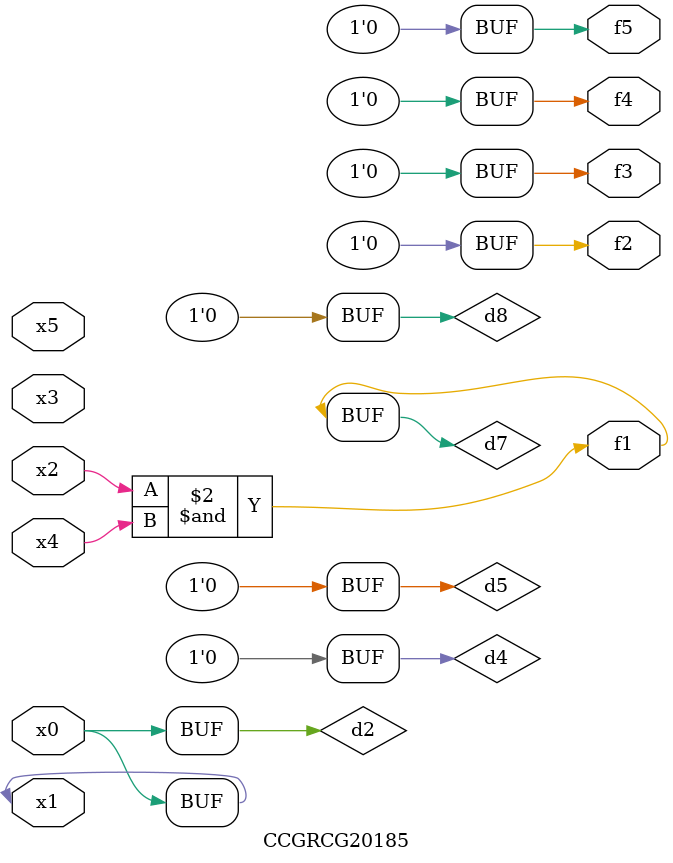
<source format=v>
module CCGRCG20185(
	input x0, x1, x2, x3, x4, x5,
	output f1, f2, f3, f4, f5
);

	wire d1, d2, d3, d4, d5, d6, d7, d8, d9;

	nand (d1, x1);
	buf (d2, x0, x1);
	nand (d3, x2, x4);
	and (d4, d1, d2);
	and (d5, d1, d2);
	nand (d6, d1, d3);
	not (d7, d3);
	xor (d8, d5);
	nor (d9, d5, d6);
	assign f1 = d7;
	assign f2 = d8;
	assign f3 = d8;
	assign f4 = d8;
	assign f5 = d8;
endmodule

</source>
